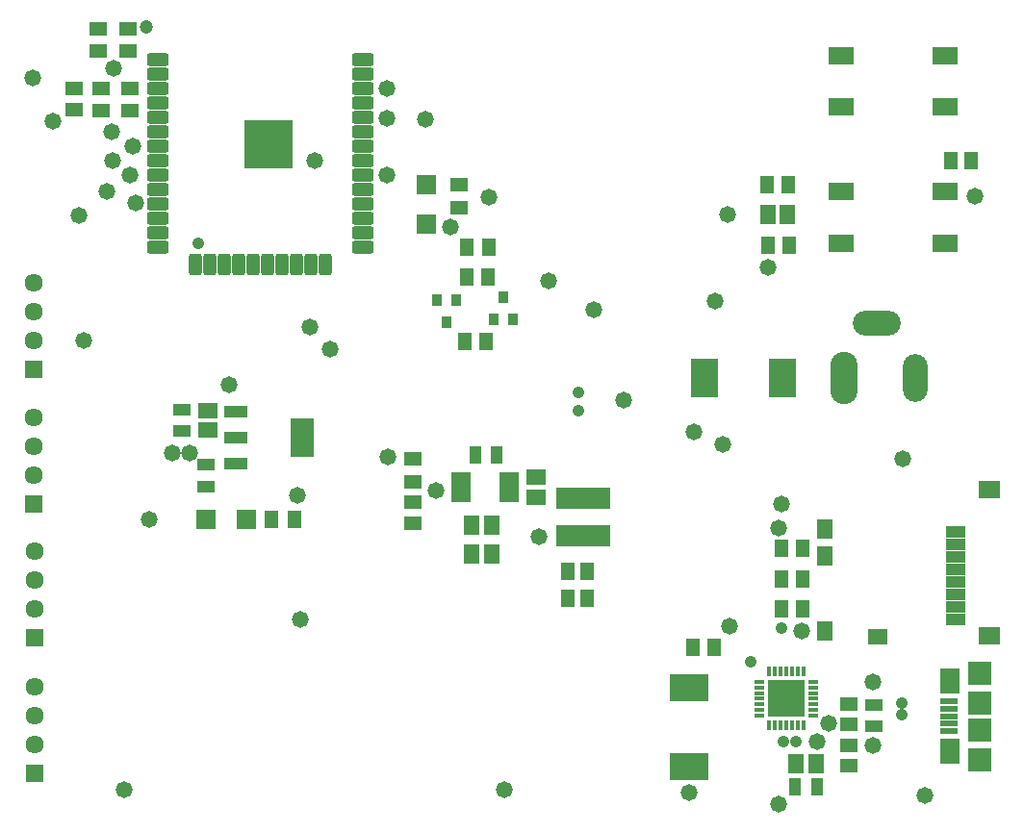
<source format=gts>
G04*
G04 #@! TF.GenerationSoftware,Altium Limited,Altium Designer,20.0.7 (75)*
G04*
G04 Layer_Color=8388736*
%FSLAX25Y25*%
%MOIN*%
G70*
G01*
G75*
%ADD52R,0.06233X0.04619*%
%ADD53R,0.06312X0.04540*%
%ADD54R,0.08280X0.13398*%
%ADD55R,0.08280X0.04343*%
%ADD56R,0.04540X0.06312*%
%ADD57R,0.05918X0.04343*%
%ADD58R,0.05367X0.06587*%
%ADD59R,0.05170X0.06587*%
%ADD60R,0.09658X0.13320*%
%ADD61R,0.08280X0.08280*%
%ADD62R,0.08280X0.07887*%
%ADD63R,0.07099X0.09068*%
%ADD64R,0.06115X0.02375*%
%ADD65R,0.18517X0.07690*%
%ADD66R,0.03753X0.04147*%
%ADD67R,0.16548X0.16548*%
G04:AMPARAMS|DCode=68|XSize=74.93mil|YSize=43.43mil|CornerRadius=7.9mil|HoleSize=0mil|Usage=FLASHONLY|Rotation=180.000|XOffset=0mil|YOffset=0mil|HoleType=Round|Shape=RoundedRectangle|*
%AMROUNDEDRECTD68*
21,1,0.07493,0.02764,0,0,180.0*
21,1,0.05913,0.04343,0,0,180.0*
1,1,0.01580,-0.02957,0.01382*
1,1,0.01580,0.02957,0.01382*
1,1,0.01580,0.02957,-0.01382*
1,1,0.01580,-0.02957,-0.01382*
%
%ADD68ROUNDEDRECTD68*%
G04:AMPARAMS|DCode=69|XSize=74.93mil|YSize=43.43mil|CornerRadius=7.9mil|HoleSize=0mil|Usage=FLASHONLY|Rotation=90.000|XOffset=0mil|YOffset=0mil|HoleType=Round|Shape=RoundedRectangle|*
%AMROUNDEDRECTD69*
21,1,0.07493,0.02764,0,0,90.0*
21,1,0.05913,0.04343,0,0,90.0*
1,1,0.01580,0.01382,0.02957*
1,1,0.01580,0.01382,-0.02957*
1,1,0.01580,-0.01382,-0.02957*
1,1,0.01580,-0.01382,0.02957*
%
%ADD69ROUNDEDRECTD69*%
%ADD70R,0.06706X0.02729*%
%ADD71O,0.01587X0.03753*%
%ADD72O,0.03753X0.01587*%
%ADD73R,0.13123X0.13123*%
%ADD74R,0.04895X0.06233*%
%ADD75R,0.09068X0.06312*%
%ADD76R,0.06706X0.07099*%
%ADD77R,0.05131X0.06233*%
%ADD78R,0.06706X0.03950*%
%ADD79R,0.07493X0.06312*%
%ADD80R,0.06706X0.05328*%
%ADD81R,0.05328X0.06706*%
%ADD82R,0.04619X0.06233*%
%ADD83R,0.07099X0.06706*%
%ADD84R,0.04343X0.05918*%
%ADD85R,0.06587X0.05367*%
%ADD86R,0.06233X0.05131*%
%ADD87R,0.13320X0.09658*%
%ADD88C,0.06343*%
%ADD89R,0.06343X0.06343*%
%ADD90O,0.09461X0.18123*%
%ADD91O,0.16548X0.08674*%
%ADD92O,0.08674X0.16548*%
%ADD93C,0.05800*%
%ADD94C,0.04147*%
%ADD95C,0.04737*%
%ADD96C,0.03556*%
D52*
X41831Y256614D02*
D03*
Y249291D02*
D03*
X158957Y106083D02*
D03*
Y113406D02*
D03*
D53*
X61024Y256890D02*
D03*
Y249016D02*
D03*
X60532Y269685D02*
D03*
Y277559D02*
D03*
X51181Y249016D02*
D03*
Y256890D02*
D03*
X50197Y269685D02*
D03*
Y277559D02*
D03*
X158957Y128445D02*
D03*
Y120571D02*
D03*
X175197Y223425D02*
D03*
Y215551D02*
D03*
D54*
X120866Y135827D02*
D03*
D55*
X97638Y126772D02*
D03*
Y135827D02*
D03*
Y144882D02*
D03*
D56*
X118110Y107283D02*
D03*
X110236D02*
D03*
D57*
X87303Y126279D02*
D03*
Y118799D02*
D03*
X79134Y145571D02*
D03*
Y138091D02*
D03*
X318898Y35630D02*
D03*
Y43110D02*
D03*
D58*
X288898Y213022D02*
D03*
X281968D02*
D03*
X186535Y105315D02*
D03*
X179606D02*
D03*
X298740Y22638D02*
D03*
X291811D02*
D03*
D59*
X179527Y95473D02*
D03*
X186614D02*
D03*
D60*
X287225Y156496D02*
D03*
X260020D02*
D03*
D61*
X355315Y43898D02*
D03*
Y34449D02*
D03*
D62*
Y54134D02*
D03*
Y24213D02*
D03*
D63*
X345275Y51378D02*
D03*
Y26969D02*
D03*
D64*
X344783Y44291D02*
D03*
Y34055D02*
D03*
Y41732D02*
D03*
Y36614D02*
D03*
Y39173D02*
D03*
D65*
X218012Y114665D02*
D03*
Y101870D02*
D03*
D66*
X174213Y183563D02*
D03*
X167323D02*
D03*
X170768Y175689D02*
D03*
X190453Y184547D02*
D03*
X193898Y176673D02*
D03*
X187008D02*
D03*
D67*
X109055Y237579D02*
D03*
D68*
X141732Y266752D02*
D03*
Y261752D02*
D03*
Y256752D02*
D03*
Y251752D02*
D03*
Y246752D02*
D03*
Y241752D02*
D03*
Y236752D02*
D03*
Y231752D02*
D03*
Y226752D02*
D03*
Y221752D02*
D03*
Y216752D02*
D03*
Y211752D02*
D03*
Y206752D02*
D03*
Y201752D02*
D03*
X70866D02*
D03*
Y206752D02*
D03*
Y211752D02*
D03*
Y216752D02*
D03*
Y221752D02*
D03*
Y226752D02*
D03*
Y231752D02*
D03*
Y236752D02*
D03*
Y241752D02*
D03*
Y246752D02*
D03*
Y251752D02*
D03*
Y256752D02*
D03*
Y261752D02*
D03*
Y266752D02*
D03*
D69*
X128799Y195846D02*
D03*
X123799D02*
D03*
X118799D02*
D03*
X113799D02*
D03*
X108799D02*
D03*
X103799D02*
D03*
X98799D02*
D03*
X93799D02*
D03*
X88799D02*
D03*
X83799D02*
D03*
D70*
X175768Y122441D02*
D03*
Y119882D02*
D03*
Y117323D02*
D03*
Y114764D02*
D03*
X192342D02*
D03*
Y117323D02*
D03*
Y119882D02*
D03*
Y122441D02*
D03*
D71*
X282480Y35925D02*
D03*
X284449D02*
D03*
X286417D02*
D03*
X292323D02*
D03*
X294291D02*
D03*
Y54626D02*
D03*
X292323D02*
D03*
X290354D02*
D03*
X288386D02*
D03*
X286417D02*
D03*
X284449D02*
D03*
X282480D02*
D03*
X288386Y35925D02*
D03*
X290354D02*
D03*
D72*
X297736Y39370D02*
D03*
Y41339D02*
D03*
Y43307D02*
D03*
Y45276D02*
D03*
Y47244D02*
D03*
Y49213D02*
D03*
Y51181D02*
D03*
X279035D02*
D03*
Y49213D02*
D03*
Y47244D02*
D03*
Y45276D02*
D03*
Y43307D02*
D03*
Y41339D02*
D03*
Y39370D02*
D03*
D73*
X288386Y45276D02*
D03*
D74*
X281732Y223425D02*
D03*
X289134D02*
D03*
X177894Y201771D02*
D03*
X185295D02*
D03*
X281988Y202264D02*
D03*
X289390D02*
D03*
X263543Y62992D02*
D03*
X256142D02*
D03*
D75*
X343445Y250492D02*
D03*
Y268209D02*
D03*
X307618Y250492D02*
D03*
Y268209D02*
D03*
Y220965D02*
D03*
Y203248D02*
D03*
X343445Y220965D02*
D03*
Y203248D02*
D03*
D76*
X87599Y107283D02*
D03*
X101378D02*
D03*
D77*
X352315Y231791D02*
D03*
X345520D02*
D03*
X212646Y80217D02*
D03*
X219441D02*
D03*
X212646Y89567D02*
D03*
X219441D02*
D03*
D78*
X347244Y103149D02*
D03*
Y98819D02*
D03*
Y94488D02*
D03*
Y90158D02*
D03*
Y85827D02*
D03*
Y81496D02*
D03*
Y77165D02*
D03*
Y72834D02*
D03*
D79*
X358662Y117913D02*
D03*
Y67126D02*
D03*
D80*
X320275Y66634D02*
D03*
D81*
X301673Y103937D02*
D03*
Y94882D02*
D03*
Y68897D02*
D03*
D82*
X294016Y86860D02*
D03*
X286693D02*
D03*
X177933Y191437D02*
D03*
X185256D02*
D03*
X286693Y76280D02*
D03*
X294016D02*
D03*
X286693Y97441D02*
D03*
X294016D02*
D03*
X184370Y169095D02*
D03*
X177047D02*
D03*
D83*
X163878Y223425D02*
D03*
Y209646D02*
D03*
D84*
X188287Y129921D02*
D03*
X180807D02*
D03*
X291535Y14764D02*
D03*
X299016D02*
D03*
D85*
X201771Y122047D02*
D03*
Y115118D02*
D03*
X88091Y138268D02*
D03*
Y145197D02*
D03*
D86*
X310039Y28988D02*
D03*
Y22193D02*
D03*
Y43307D02*
D03*
Y36512D02*
D03*
D87*
X254921Y21831D02*
D03*
Y49036D02*
D03*
D88*
X28233Y49552D02*
D03*
Y39552D02*
D03*
Y29552D02*
D03*
Y76304D02*
D03*
Y86304D02*
D03*
Y96304D02*
D03*
X27741Y122722D02*
D03*
Y132722D02*
D03*
Y142722D02*
D03*
Y189474D02*
D03*
Y179474D02*
D03*
Y169474D02*
D03*
D89*
X28233Y19552D02*
D03*
Y66304D02*
D03*
X27741Y112722D02*
D03*
Y159474D02*
D03*
D90*
X308366Y156496D02*
D03*
D91*
X319783Y175394D02*
D03*
D92*
X333169Y156496D02*
D03*
D93*
X59055Y13780D02*
D03*
X263779Y183071D02*
D03*
X120079Y72835D02*
D03*
X190945Y13780D02*
D03*
X336614Y11811D02*
D03*
X54626Y241634D02*
D03*
X61024Y226870D02*
D03*
X62008Y236713D02*
D03*
X53150Y220965D02*
D03*
X45276Y169291D02*
D03*
X43307Y212598D02*
D03*
X185531Y218996D02*
D03*
X55610Y263779D02*
D03*
X34449Y245571D02*
D03*
X150098Y226870D02*
D03*
X55118Y231791D02*
D03*
X150446Y129082D02*
D03*
X123524Y174213D02*
D03*
X130413Y166339D02*
D03*
X81693Y130413D02*
D03*
X75787D02*
D03*
X119095Y115650D02*
D03*
X95403Y154104D02*
D03*
X172244Y208661D02*
D03*
X318406Y29035D02*
D03*
X221949Y180118D02*
D03*
X256400Y137796D02*
D03*
X27559Y260335D02*
D03*
X232283Y148622D02*
D03*
X353838Y219488D02*
D03*
X163386Y246063D02*
D03*
X150099Y246555D02*
D03*
X67913Y107283D02*
D03*
X318406Y51122D02*
D03*
X62992Y217027D02*
D03*
X125000Y231791D02*
D03*
X167027Y117323D02*
D03*
X202756Y101378D02*
D03*
X328740Y128445D02*
D03*
X268701Y70374D02*
D03*
X150099Y256890D02*
D03*
X285925Y104331D02*
D03*
X286910Y112697D02*
D03*
X293799Y68898D02*
D03*
X206201Y189961D02*
D03*
X266525Y133366D02*
D03*
X285925Y8858D02*
D03*
X281988Y194882D02*
D03*
X268278Y213022D02*
D03*
X303150Y36909D02*
D03*
X254921Y12795D02*
D03*
X299213Y30512D02*
D03*
D94*
X286693Y69606D02*
D03*
X291629Y30305D02*
D03*
X216535Y151575D02*
D03*
X216587Y145229D02*
D03*
X276083Y58071D02*
D03*
X287501Y30512D02*
D03*
X84646Y203248D02*
D03*
X328543Y43799D02*
D03*
Y39665D02*
D03*
D95*
X66929Y278234D02*
D03*
D96*
X284055Y40945D02*
D03*
Y45276D02*
D03*
Y49606D02*
D03*
X288386Y40945D02*
D03*
Y45276D02*
D03*
Y49606D02*
D03*
X292717Y40945D02*
D03*
Y45276D02*
D03*
Y49606D02*
D03*
M02*

</source>
